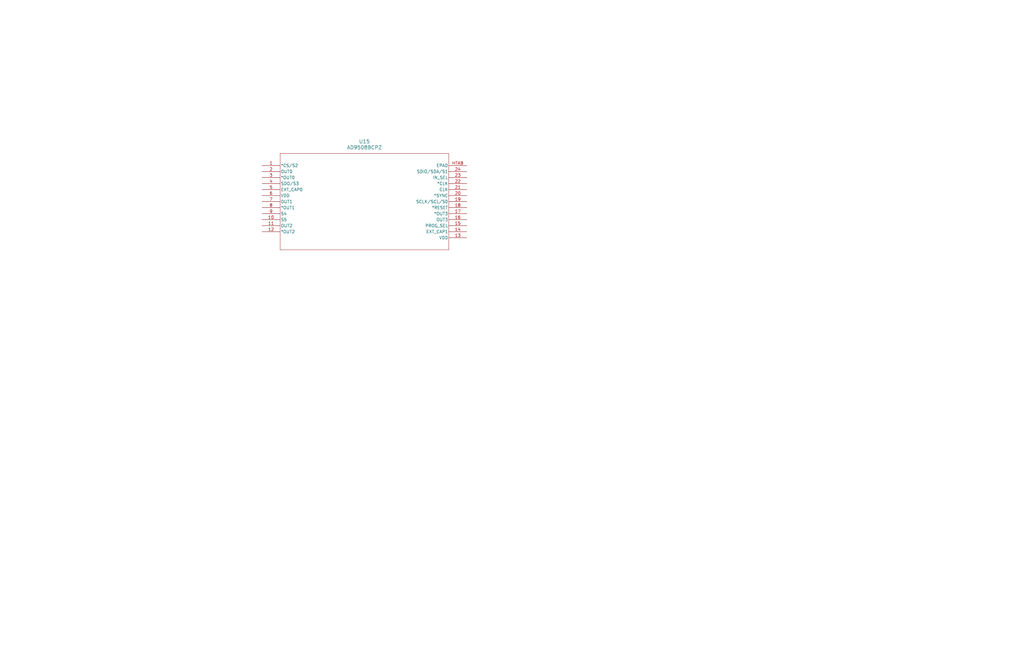
<source format=kicad_sch>
(kicad_sch (version 20250114) (generator "eeschema") (generator_version "9.0")
  (paper "B")
  (title_block (title "Audio Clock Fanout Buffer for ADCs and DACs") (date "2026-01-03") (rev "0.0") (company "Andy McCann KA3KAF and Doug McCann KA3KAG"))
  (lib_symbols
    (symbol "AD9508:AD9508BCPZ" (pin_names (offset 0.254))
      (property "Reference" "U" (at 43.18 10.16 0))
      (property "Value" "AD9508BCPZ" (at 43.18 7.62 0))
      (symbol "AD9508BCPZ_0_1"
        (polyline (pts (xy 7.62 5.08) (xy 7.62 -35.56)) (stroke (width 0.127)))
        (polyline (pts (xy 7.62 -35.56) (xy 78.74 -35.56)) (stroke (width 0.127)))
        (polyline (pts (xy 78.74 5.08) (xy 7.62 5.08)) (stroke (width 0.127)))
        (polyline (pts (xy 78.74 -35.56) (xy 78.74 5.08)) (stroke (width 0.127)))
        (pin unspecified line (at 0 0 0) (length 7.62) (name "*CS/S2") (number "1"))
        (pin output line (at 0 -2.54 0) (length 7.62) (name "OUT0") (number "2"))
        (pin output line (at 0 -5.08 0) (length 7.62) (name "*OUT0") (number "3"))
        (pin unspecified line (at 0 -7.62 0) (length 7.62) (name "SDO/S3") (number "4"))
        (pin unspecified line (at 0 -10.16 0) (length 7.62) (name "EXT_CAP0") (number "5"))
        (pin power_in line (at 0 -12.7 0) (length 7.62) (name "VDD") (number "6"))
        (pin output line (at 0 -15.24 0) (length 7.62) (name "OUT1") (number "7"))
        (pin output line (at 0 -17.78 0) (length 7.62) (name "*OUT1") (number "8"))
        (pin unspecified line (at 0 -20.32 0) (length 7.62) (name "S4") (number "9"))
        (pin unspecified line (at 0 -22.86 0) (length 7.62) (name "S5") (number "10"))
        (pin output line (at 0 -25.4 0) (length 7.62) (name "OUT2") (number "11"))
        (pin output line (at 0 -27.94 0) (length 7.62) (name "*OUT2") (number "12"))
        (pin unspecified line (at 86.36 0 180) (length 7.62) (name "EPAD") (number "HTAB"))
        (pin bidirectional line (at 86.36 -2.54 180) (length 7.62) (name "SDIO/SDA/S1") (number "24"))
        (pin input line (at 86.36 -5.08 180) (length 7.62) (name "IN_SEL") (number "23"))
        (pin input line (at 86.36 -7.62 180) (length 7.62) (name "*CLK") (number "22"))
        (pin input line (at 86.36 -10.16 180) (length 7.62) (name "CLK") (number "21"))
        (pin output line (at 86.36 -12.7 180) (length 7.62) (name "*SYNC") (number "20"))
        (pin unspecified line (at 86.36 -15.24 180) (length 7.62) (name "SCLK/SCL/S0") (number "19"))
        (pin input line (at 86.36 -17.78 180) (length 7.62) (name "*RESET") (number "18"))
        (pin output line (at 86.36 -20.32 180) (length 7.62) (name "*OUT3") (number "17"))
        (pin output line (at 86.36 -22.86 180) (length 7.62) (name "OUT3") (number "16"))
        (pin input line (at 86.36 -25.4 180) (length 7.62) (name "PROG_SEL") (number "15"))
        (pin unspecified line (at 86.36 -27.94 180) (length 7.62) (name "EXT_CAP1") (number "14"))
        (pin power_in line (at 86.36 -30.48 180) (length 7.62) (name "VDD") (number "13"))
      )
    )
  )
  (symbol (lib_id "AD9508:AD9508BCPZ") (at 110.49 69.85 0) (unit 1)
    (property "Reference" "U15" (at 153.67 59.69 0) (effects (font (size 1.524 1.524))))
    (property "Value" "AD9508BCPZ" (at 153.67 62.23 0) (effects (font (size 1.524 1.524))))
    (property "Footprint" "CP_24_7_ADI" (effects (hide yes)))
    (property "Datasheet" "https://www.analog.com/media/en/technical-documentation/data-sheets/AD9508.pdf" (effects (hide yes)))
  )
)
</source>
